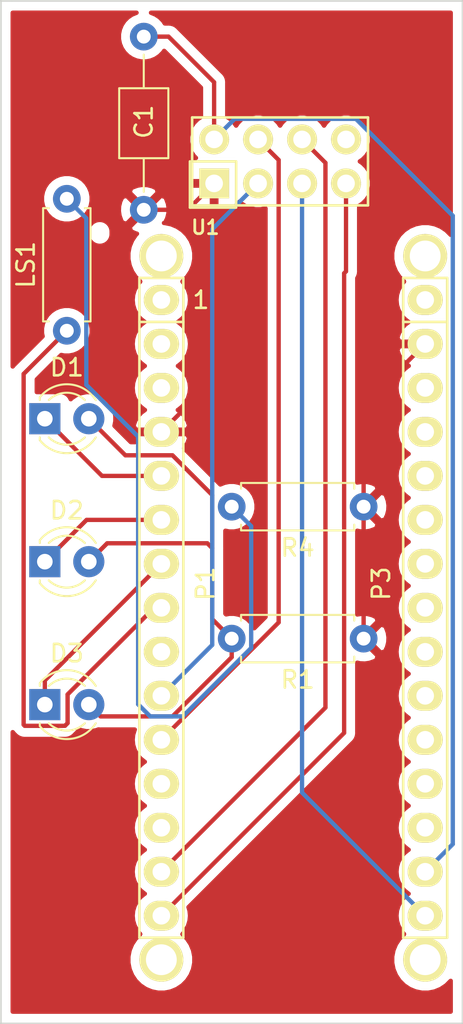
<source format=kicad_pcb>
(kicad_pcb (version 20171130) (host pcbnew "(5.1.10)-1")

  (general
    (thickness 1.6)
    (drawings 21)
    (tracks 66)
    (zones 0)
    (modules 14)
    (nets 36)
  )

  (page A4)
  (title_block
    (date "jeu. 02 avril 2015")
  )

  (layers
    (0 F.Cu signal)
    (31 B.Cu signal)
    (32 B.Adhes user)
    (33 F.Adhes user)
    (34 B.Paste user)
    (35 F.Paste user)
    (36 B.SilkS user)
    (37 F.SilkS user)
    (38 B.Mask user)
    (39 F.Mask user)
    (40 Dwgs.User user)
    (41 Cmts.User user)
    (42 Eco1.User user)
    (43 Eco2.User user)
    (44 Edge.Cuts user)
    (45 Margin user)
    (46 B.CrtYd user)
    (47 F.CrtYd user)
    (48 B.Fab user)
    (49 F.Fab user)
  )

  (setup
    (last_trace_width 0.25)
    (trace_clearance 0.2)
    (zone_clearance 0.508)
    (zone_45_only no)
    (trace_min 0.2)
    (via_size 0.6)
    (via_drill 0.4)
    (via_min_size 0.4)
    (via_min_drill 0.3)
    (uvia_size 0.3)
    (uvia_drill 0.1)
    (uvias_allowed no)
    (uvia_min_size 0.2)
    (uvia_min_drill 0.1)
    (edge_width 0.1)
    (segment_width 0.15)
    (pcb_text_width 0.3)
    (pcb_text_size 1.5 1.5)
    (mod_edge_width 0.15)
    (mod_text_size 1 1)
    (mod_text_width 0.15)
    (pad_size 1.5 1.5)
    (pad_drill 0.6)
    (pad_to_mask_clearance 0)
    (aux_axis_origin 138.176 110.617)
    (visible_elements 7FFFFFFF)
    (pcbplotparams
      (layerselection 0x00030_80000001)
      (usegerberextensions false)
      (usegerberattributes true)
      (usegerberadvancedattributes true)
      (creategerberjobfile true)
      (excludeedgelayer true)
      (linewidth 0.100000)
      (plotframeref false)
      (viasonmask false)
      (mode 1)
      (useauxorigin false)
      (hpglpennumber 1)
      (hpglpenspeed 20)
      (hpglpendiameter 15.000000)
      (psnegative false)
      (psa4output false)
      (plotreference true)
      (plotvalue true)
      (plotinvisibletext false)
      (padsonsilk false)
      (subtractmaskfromsilk false)
      (outputformat 1)
      (mirror false)
      (drillshape 1)
      (scaleselection 1)
      (outputdirectory ""))
  )

  (net 0 "")
  (net 1 "/1(Tx)")
  (net 2 "/0(Rx)")
  (net 3 /Reset)
  (net 4 GND)
  (net 5 /2)
  (net 6 "/3(**)")
  (net 7 /4)
  (net 8 "/5(**)")
  (net 9 "/6(**)")
  (net 10 /7)
  (net 11 /8)
  (net 12 "/9(**)")
  (net 13 "/10(**/SS)")
  (net 14 /Vin)
  (net 15 +5V)
  (net 16 /A7)
  (net 17 /A6)
  (net 18 /A5)
  (net 19 /A4)
  (net 20 /A3)
  (net 21 /A2)
  (net 22 /A1)
  (net 23 /A0)
  (net 24 /AREF)
  (net 25 "/13(SCK)")
  (net 26 "Net-(P3-Pad1)")
  (net 27 "Net-(P4-Pad1)")
  (net 28 "Net-(P5-Pad1)")
  (net 29 "Net-(P6-Pad1)")
  (net 30 +3V3)
  (net 31 "/11(**/MOSI)")
  (net 32 "/12(MISO)")
  (net 33 "Net-(D1-Pad2)")
  (net 34 "Net-(LS1-Pad2)")
  (net 35 "Net-(U1-Pad8)")

  (net_class Default "This is the default net class."
    (clearance 0.2)
    (trace_width 0.25)
    (via_dia 0.6)
    (via_drill 0.4)
    (uvia_dia 0.3)
    (uvia_drill 0.1)
    (add_net +3V3)
    (add_net +5V)
    (add_net "/0(Rx)")
    (add_net "/1(Tx)")
    (add_net "/10(**/SS)")
    (add_net "/11(**/MOSI)")
    (add_net "/12(MISO)")
    (add_net "/13(SCK)")
    (add_net /2)
    (add_net "/3(**)")
    (add_net /4)
    (add_net "/5(**)")
    (add_net "/6(**)")
    (add_net /7)
    (add_net /8)
    (add_net "/9(**)")
    (add_net /A0)
    (add_net /A1)
    (add_net /A2)
    (add_net /A3)
    (add_net /A4)
    (add_net /A5)
    (add_net /A6)
    (add_net /A7)
    (add_net /AREF)
    (add_net /Reset)
    (add_net /Vin)
    (add_net GND)
    (add_net "Net-(D1-Pad2)")
    (add_net "Net-(LS1-Pad2)")
    (add_net "Net-(P3-Pad1)")
    (add_net "Net-(P4-Pad1)")
    (add_net "Net-(P5-Pad1)")
    (add_net "Net-(P6-Pad1)")
    (add_net "Net-(U1-Pad8)")
  )

  (module LED_THT:LED_D3.0mm (layer F.Cu) (tedit 587A3A7B) (tstamp 60E50287)
    (at 132.715 86.36)
    (descr "LED, diameter 3.0mm, 2 pins")
    (tags "LED diameter 3.0mm 2 pins")
    (path /60E4D82D)
    (fp_text reference D2 (at 1.27 -2.96) (layer F.SilkS)
      (effects (font (size 1 1) (thickness 0.15)))
    )
    (fp_text value LED (at 1.27 2.96) (layer F.Fab)
      (effects (font (size 1 1) (thickness 0.15)))
    )
    (fp_line (start 3.7 -2.25) (end -1.15 -2.25) (layer F.CrtYd) (width 0.05))
    (fp_line (start 3.7 2.25) (end 3.7 -2.25) (layer F.CrtYd) (width 0.05))
    (fp_line (start -1.15 2.25) (end 3.7 2.25) (layer F.CrtYd) (width 0.05))
    (fp_line (start -1.15 -2.25) (end -1.15 2.25) (layer F.CrtYd) (width 0.05))
    (fp_line (start -0.29 1.08) (end -0.29 1.236) (layer F.SilkS) (width 0.12))
    (fp_line (start -0.29 -1.236) (end -0.29 -1.08) (layer F.SilkS) (width 0.12))
    (fp_line (start -0.23 -1.16619) (end -0.23 1.16619) (layer F.Fab) (width 0.1))
    (fp_circle (center 1.27 0) (end 2.77 0) (layer F.Fab) (width 0.1))
    (fp_arc (start 1.27 0) (end 0.229039 1.08) (angle -87.9) (layer F.SilkS) (width 0.12))
    (fp_arc (start 1.27 0) (end 0.229039 -1.08) (angle 87.9) (layer F.SilkS) (width 0.12))
    (fp_arc (start 1.27 0) (end -0.29 1.235516) (angle -108.8) (layer F.SilkS) (width 0.12))
    (fp_arc (start 1.27 0) (end -0.29 -1.235516) (angle 108.8) (layer F.SilkS) (width 0.12))
    (fp_arc (start 1.27 0) (end -0.23 -1.16619) (angle 284.3) (layer F.Fab) (width 0.1))
    (pad 2 thru_hole circle (at 2.54 0) (size 1.8 1.8) (drill 0.9) (layers *.Cu *.Mask)
      (net 33 "Net-(D1-Pad2)"))
    (pad 1 thru_hole rect (at 0 0) (size 1.8 1.8) (drill 0.9) (layers *.Cu *.Mask)
      (net 6 "/3(**)"))
    (model ${KISYS3DMOD}/LED_THT.3dshapes/LED_D3.0mm.wrl
      (at (xyz 0 0 0))
      (scale (xyz 1 1 1))
      (rotate (xyz 0 0 0))
    )
  )

  (module nrf:NRF24L01 (layer F.Cu) (tedit 60E49E68) (tstamp 60E50386)
    (at 140.97 66.04 180)
    (descr NRF24L01)
    (tags "nRF 24 NRF24L01 NRF24L01+")
    (path /60E5486D)
    (fp_text reference U1 (at -1.016 -1.016) (layer F.SilkS)
      (effects (font (size 0.8 0.8) (thickness 0.16)))
    )
    (fp_text value NRF24L01_Breakout (at -8.382 7.112) (layer F.Fab) hide
      (effects (font (size 0.8 0.8) (thickness 0.16)))
    )
    (fp_line (start 0 7.62) (end 0 0) (layer F.CrtYd) (width 0.12))
    (fp_line (start -15.24 7.62) (end 0 7.62) (layer F.CrtYd) (width 0.12))
    (fp_line (start -15.24 0) (end -15.24 7.62) (layer F.CrtYd) (width 0.12))
    (fp_line (start 0 0) (end -15.25 0) (layer F.CrtYd) (width 0.15))
    (fp_line (start -2.794 0.127) (end -0.127 0.127) (layer F.SilkS) (width 0.15))
    (fp_line (start -0.127 0.127) (end -0.127 2.794) (layer F.SilkS) (width 0.15))
    (fp_line (start 0 0) (end -15.25 0) (layer B.CrtYd) (width 0.15))
    (fp_line (start -7.874 0.254) (end -10.414 0.254) (layer F.SilkS) (width 0.15))
    (fp_line (start -10.414 0.254) (end -10.414 2.794) (layer F.SilkS) (width 0.15))
    (fp_line (start -2.794 0.254) (end -2.794 2.794) (layer F.SilkS) (width 0.15))
    (fp_line (start -2.794 2.794) (end -0.254 2.794) (layer F.SilkS) (width 0.15))
    (fp_line (start -10.894 -0.226) (end -10.894 5.824) (layer F.CrtYd) (width 0.05))
    (fp_line (start 0.256 -0.226) (end 0.256 5.824) (layer F.CrtYd) (width 0.05))
    (fp_line (start -10.894 -0.226) (end 0.256 -0.226) (layer F.CrtYd) (width 0.05))
    (fp_line (start -10.894 5.824) (end 0.256 5.824) (layer F.CrtYd) (width 0.05))
    (fp_line (start -7.874 0.254) (end -0.254 0.254) (layer F.SilkS) (width 0.15))
    (fp_line (start -0.254 0.254) (end -0.254 5.334) (layer F.SilkS) (width 0.15))
    (fp_line (start -0.254 5.334) (end -10.414 5.334) (layer F.SilkS) (width 0.15))
    (fp_line (start -10.414 5.334) (end -10.414 2.794) (layer F.SilkS) (width 0.15))
    (pad 2 thru_hole oval (at -1.524 4.064 180) (size 1.7272 1.7272) (drill 1.016) (layers *.Cu *.Mask F.SilkS)
      (net 30 +3V3))
    (pad 1 thru_hole rect (at -1.524 1.524 180) (size 1.7272 1.7272) (drill 1.016) (layers *.Cu *.Mask F.SilkS)
      (net 4 GND))
    (pad 4 thru_hole oval (at -4.064 4.064 180) (size 1.7272 1.7272) (drill 1.016) (layers *.Cu *.Mask F.SilkS)
      (net 11 /8))
    (pad 3 thru_hole oval (at -4.064 1.524 180) (size 1.7272 1.7272) (drill 1.016) (layers *.Cu *.Mask F.SilkS)
      (net 10 /7))
    (pad 6 thru_hole oval (at -6.604 4.064 180) (size 1.7272 1.7272) (drill 1.016) (layers *.Cu *.Mask F.SilkS)
      (net 31 "/11(**/MOSI)"))
    (pad 5 thru_hole oval (at -6.604 1.524 180) (size 1.7272 1.7272) (drill 1.016) (layers *.Cu *.Mask F.SilkS)
      (net 25 "/13(SCK)"))
    (pad 8 thru_hole oval (at -9.144 4.064 180) (size 1.7272 1.7272) (drill 1.016) (layers *.Cu *.Mask F.SilkS)
      (net 35 "Net-(U1-Pad8)"))
    (pad 7 thru_hole oval (at -9.144 1.524 180) (size 1.7272 1.7272) (drill 1.016) (layers *.Cu *.Mask F.SilkS)
      (net 32 "/12(MISO)"))
    (model Socket_Strips.3dshapes/Socket_Strip_Straight_2x04_Pitch2.54mm.wrl
      (offset (xyz -5.333999919891357 -2.79399995803833 0))
      (scale (xyz 1 1 1))
      (rotate (xyz 0 0 0))
    )
    (model Pin_Headers.3dshapes/Pin_Header_Straight_2x04_Pitch2.54mm.wrl
      (offset (xyz -1.600199975967407 -4.038599939346313 11.22679983139038))
      (scale (xyz 1 1 1))
      (rotate (xyz 0 180 90))
    )
    (model ${MYSLOCAL}/mysensors.3dshapes/mysensors_radios.3dshapes/nrf24l01.wrl
      (offset (xyz -7.619999885559082 -14.40179978370666 12.06499981880188))
      (scale (xyz 0.395 0.395 0.395))
      (rotate (xyz 0 0 0))
    )
    (model Housings_DFN_QFN.3dshapes/QFN-20-1EP_4x4mm_Pitch0.5mm.wrl
      (offset (xyz -5.58799991607666 -12.95399980545044 12.92859980583191))
      (scale (xyz 1 1 1))
      (rotate (xyz 0 0 0))
    )
    (model ${MYSLOCAL}/mysensors.3dshapes/w.lain.3dshapes/crystal/crystal_hc-49s.wrl
      (offset (xyz -12.69999980926514 -12.06499981880188 12.95399980545044))
      (scale (xyz 1 1 1))
      (rotate (xyz 0 0 90))
    )
  )

  (module Resistor_THT:R_Axial_DIN0207_L6.3mm_D2.5mm_P7.62mm_Horizontal (layer F.Cu) (tedit 5AE5139B) (tstamp 60E50364)
    (at 151.13 83.185 180)
    (descr "Resistor, Axial_DIN0207 series, Axial, Horizontal, pin pitch=7.62mm, 0.25W = 1/4W, length*diameter=6.3*2.5mm^2, http://cdn-reichelt.de/documents/datenblatt/B400/1_4W%23YAG.pdf")
    (tags "Resistor Axial_DIN0207 series Axial Horizontal pin pitch 7.62mm 0.25W = 1/4W length 6.3mm diameter 2.5mm")
    (path /60E74D3A)
    (fp_text reference R4 (at 3.81 -2.37) (layer F.SilkS)
      (effects (font (size 1 1) (thickness 0.15)))
    )
    (fp_text value R (at 3.81 2.37) (layer F.Fab)
      (effects (font (size 1 1) (thickness 0.15)))
    )
    (fp_line (start 8.67 -1.5) (end -1.05 -1.5) (layer F.CrtYd) (width 0.05))
    (fp_line (start 8.67 1.5) (end 8.67 -1.5) (layer F.CrtYd) (width 0.05))
    (fp_line (start -1.05 1.5) (end 8.67 1.5) (layer F.CrtYd) (width 0.05))
    (fp_line (start -1.05 -1.5) (end -1.05 1.5) (layer F.CrtYd) (width 0.05))
    (fp_line (start 7.08 1.37) (end 7.08 1.04) (layer F.SilkS) (width 0.12))
    (fp_line (start 0.54 1.37) (end 7.08 1.37) (layer F.SilkS) (width 0.12))
    (fp_line (start 0.54 1.04) (end 0.54 1.37) (layer F.SilkS) (width 0.12))
    (fp_line (start 7.08 -1.37) (end 7.08 -1.04) (layer F.SilkS) (width 0.12))
    (fp_line (start 0.54 -1.37) (end 7.08 -1.37) (layer F.SilkS) (width 0.12))
    (fp_line (start 0.54 -1.04) (end 0.54 -1.37) (layer F.SilkS) (width 0.12))
    (fp_line (start 7.62 0) (end 6.96 0) (layer F.Fab) (width 0.1))
    (fp_line (start 0 0) (end 0.66 0) (layer F.Fab) (width 0.1))
    (fp_line (start 6.96 -1.25) (end 0.66 -1.25) (layer F.Fab) (width 0.1))
    (fp_line (start 6.96 1.25) (end 6.96 -1.25) (layer F.Fab) (width 0.1))
    (fp_line (start 0.66 1.25) (end 6.96 1.25) (layer F.Fab) (width 0.1))
    (fp_line (start 0.66 -1.25) (end 0.66 1.25) (layer F.Fab) (width 0.1))
    (fp_text user %R (at 3.81 0) (layer F.Fab)
      (effects (font (size 1 1) (thickness 0.15)))
    )
    (pad 2 thru_hole oval (at 7.62 0 180) (size 1.6 1.6) (drill 0.8) (layers *.Cu *.Mask)
      (net 34 "Net-(LS1-Pad2)"))
    (pad 1 thru_hole circle (at 0 0 180) (size 1.6 1.6) (drill 0.8) (layers *.Cu *.Mask)
      (net 4 GND))
    (model ${KISYS3DMOD}/Resistor_THT.3dshapes/R_Axial_DIN0207_L6.3mm_D2.5mm_P7.62mm_Horizontal.wrl
      (at (xyz 0 0 0))
      (scale (xyz 1 1 1))
      (rotate (xyz 0 0 0))
    )
  )

  (module Resistor_THT:R_Axial_DIN0207_L6.3mm_D2.5mm_P7.62mm_Horizontal (layer F.Cu) (tedit 5AE5139B) (tstamp 60E50C56)
    (at 151.13 90.805 180)
    (descr "Resistor, Axial_DIN0207 series, Axial, Horizontal, pin pitch=7.62mm, 0.25W = 1/4W, length*diameter=6.3*2.5mm^2, http://cdn-reichelt.de/documents/datenblatt/B400/1_4W%23YAG.pdf")
    (tags "Resistor Axial_DIN0207 series Axial Horizontal pin pitch 7.62mm 0.25W = 1/4W length 6.3mm diameter 2.5mm")
    (path /60E72C8B)
    (fp_text reference R1 (at 3.81 -2.37) (layer F.SilkS)
      (effects (font (size 1 1) (thickness 0.15)))
    )
    (fp_text value R (at 3.81 2.37) (layer F.Fab)
      (effects (font (size 1 1) (thickness 0.15)))
    )
    (fp_line (start 8.67 -1.5) (end -1.05 -1.5) (layer F.CrtYd) (width 0.05))
    (fp_line (start 8.67 1.5) (end 8.67 -1.5) (layer F.CrtYd) (width 0.05))
    (fp_line (start -1.05 1.5) (end 8.67 1.5) (layer F.CrtYd) (width 0.05))
    (fp_line (start -1.05 -1.5) (end -1.05 1.5) (layer F.CrtYd) (width 0.05))
    (fp_line (start 7.08 1.37) (end 7.08 1.04) (layer F.SilkS) (width 0.12))
    (fp_line (start 0.54 1.37) (end 7.08 1.37) (layer F.SilkS) (width 0.12))
    (fp_line (start 0.54 1.04) (end 0.54 1.37) (layer F.SilkS) (width 0.12))
    (fp_line (start 7.08 -1.37) (end 7.08 -1.04) (layer F.SilkS) (width 0.12))
    (fp_line (start 0.54 -1.37) (end 7.08 -1.37) (layer F.SilkS) (width 0.12))
    (fp_line (start 0.54 -1.04) (end 0.54 -1.37) (layer F.SilkS) (width 0.12))
    (fp_line (start 7.62 0) (end 6.96 0) (layer F.Fab) (width 0.1))
    (fp_line (start 0 0) (end 0.66 0) (layer F.Fab) (width 0.1))
    (fp_line (start 6.96 -1.25) (end 0.66 -1.25) (layer F.Fab) (width 0.1))
    (fp_line (start 6.96 1.25) (end 6.96 -1.25) (layer F.Fab) (width 0.1))
    (fp_line (start 0.66 1.25) (end 6.96 1.25) (layer F.Fab) (width 0.1))
    (fp_line (start 0.66 -1.25) (end 0.66 1.25) (layer F.Fab) (width 0.1))
    (fp_text user %R (at 3.81 0) (layer F.Fab)
      (effects (font (size 1 1) (thickness 0.15)))
    )
    (pad 2 thru_hole oval (at 7.62 0 180) (size 1.6 1.6) (drill 0.8) (layers *.Cu *.Mask)
      (net 33 "Net-(D1-Pad2)"))
    (pad 1 thru_hole circle (at 0 0 180) (size 1.6 1.6) (drill 0.8) (layers *.Cu *.Mask)
      (net 4 GND))
    (model ${KISYS3DMOD}/Resistor_THT.3dshapes/R_Axial_DIN0207_L6.3mm_D2.5mm_P7.62mm_Horizontal.wrl
      (at (xyz 0 0 0))
      (scale (xyz 1 1 1))
      (rotate (xyz 0 0 0))
    )
  )

  (module Resistor_THT:R_Axial_DIN0207_L6.3mm_D2.5mm_P7.62mm_Horizontal (layer F.Cu) (tedit 5AE5139B) (tstamp 60E514CB)
    (at 133.985 73.025 90)
    (descr "Resistor, Axial_DIN0207 series, Axial, Horizontal, pin pitch=7.62mm, 0.25W = 1/4W, length*diameter=6.3*2.5mm^2, http://cdn-reichelt.de/documents/datenblatt/B400/1_4W%23YAG.pdf")
    (tags "Resistor Axial_DIN0207 series Axial Horizontal pin pitch 7.62mm 0.25W = 1/4W length 6.3mm diameter 2.5mm")
    (path /60E5AC0D)
    (fp_text reference LS1 (at 3.81 -2.37 90) (layer F.SilkS)
      (effects (font (size 1 1) (thickness 0.15)))
    )
    (fp_text value Speaker (at 3.81 2.37 90) (layer F.Fab)
      (effects (font (size 1 1) (thickness 0.15)))
    )
    (fp_line (start 8.67 -1.5) (end -1.05 -1.5) (layer F.CrtYd) (width 0.05))
    (fp_line (start 8.67 1.5) (end 8.67 -1.5) (layer F.CrtYd) (width 0.05))
    (fp_line (start -1.05 1.5) (end 8.67 1.5) (layer F.CrtYd) (width 0.05))
    (fp_line (start -1.05 -1.5) (end -1.05 1.5) (layer F.CrtYd) (width 0.05))
    (fp_line (start 7.08 1.37) (end 7.08 1.04) (layer F.SilkS) (width 0.12))
    (fp_line (start 0.54 1.37) (end 7.08 1.37) (layer F.SilkS) (width 0.12))
    (fp_line (start 0.54 1.04) (end 0.54 1.37) (layer F.SilkS) (width 0.12))
    (fp_line (start 7.08 -1.37) (end 7.08 -1.04) (layer F.SilkS) (width 0.12))
    (fp_line (start 0.54 -1.37) (end 7.08 -1.37) (layer F.SilkS) (width 0.12))
    (fp_line (start 0.54 -1.04) (end 0.54 -1.37) (layer F.SilkS) (width 0.12))
    (fp_line (start 7.62 0) (end 6.96 0) (layer F.Fab) (width 0.1))
    (fp_line (start 0 0) (end 0.66 0) (layer F.Fab) (width 0.1))
    (fp_line (start 6.96 -1.25) (end 0.66 -1.25) (layer F.Fab) (width 0.1))
    (fp_line (start 6.96 1.25) (end 6.96 -1.25) (layer F.Fab) (width 0.1))
    (fp_line (start 0.66 1.25) (end 6.96 1.25) (layer F.Fab) (width 0.1))
    (fp_line (start 0.66 -1.25) (end 0.66 1.25) (layer F.Fab) (width 0.1))
    (fp_text user %R (at 3.81 0 90) (layer F.Fab)
      (effects (font (size 1 1) (thickness 0.15)))
    )
    (pad 2 thru_hole oval (at 7.62 0 90) (size 1.6 1.6) (drill 0.8) (layers *.Cu *.Mask)
      (net 34 "Net-(LS1-Pad2)"))
    (pad 1 thru_hole circle (at 0 0 90) (size 1.6 1.6) (drill 0.8) (layers *.Cu *.Mask)
      (net 8 "/5(**)"))
    (model ${KISYS3DMOD}/Resistor_THT.3dshapes/R_Axial_DIN0207_L6.3mm_D2.5mm_P7.62mm_Horizontal.wrl
      (at (xyz 0 0 0))
      (scale (xyz 1 1 1))
      (rotate (xyz 0 0 0))
    )
  )

  (module LED_THT:LED_D3.0mm (layer F.Cu) (tedit 587A3A7B) (tstamp 60E5029A)
    (at 132.715 94.615)
    (descr "LED, diameter 3.0mm, 2 pins")
    (tags "LED diameter 3.0mm 2 pins")
    (path /60E4F5C0)
    (fp_text reference D3 (at 1.27 -2.96) (layer F.SilkS)
      (effects (font (size 1 1) (thickness 0.15)))
    )
    (fp_text value LED (at 1.27 2.96) (layer F.Fab)
      (effects (font (size 1 1) (thickness 0.15)))
    )
    (fp_line (start 3.7 -2.25) (end -1.15 -2.25) (layer F.CrtYd) (width 0.05))
    (fp_line (start 3.7 2.25) (end 3.7 -2.25) (layer F.CrtYd) (width 0.05))
    (fp_line (start -1.15 2.25) (end 3.7 2.25) (layer F.CrtYd) (width 0.05))
    (fp_line (start -1.15 -2.25) (end -1.15 2.25) (layer F.CrtYd) (width 0.05))
    (fp_line (start -0.29 1.08) (end -0.29 1.236) (layer F.SilkS) (width 0.12))
    (fp_line (start -0.29 -1.236) (end -0.29 -1.08) (layer F.SilkS) (width 0.12))
    (fp_line (start -0.23 -1.16619) (end -0.23 1.16619) (layer F.Fab) (width 0.1))
    (fp_circle (center 1.27 0) (end 2.77 0) (layer F.Fab) (width 0.1))
    (fp_arc (start 1.27 0) (end 0.229039 1.08) (angle -87.9) (layer F.SilkS) (width 0.12))
    (fp_arc (start 1.27 0) (end 0.229039 -1.08) (angle 87.9) (layer F.SilkS) (width 0.12))
    (fp_arc (start 1.27 0) (end -0.29 1.235516) (angle -108.8) (layer F.SilkS) (width 0.12))
    (fp_arc (start 1.27 0) (end -0.29 -1.235516) (angle 108.8) (layer F.SilkS) (width 0.12))
    (fp_arc (start 1.27 0) (end -0.23 -1.16619) (angle 284.3) (layer F.Fab) (width 0.1))
    (pad 2 thru_hole circle (at 2.54 0) (size 1.8 1.8) (drill 0.9) (layers *.Cu *.Mask)
      (net 33 "Net-(D1-Pad2)"))
    (pad 1 thru_hole rect (at 0 0) (size 1.8 1.8) (drill 0.9) (layers *.Cu *.Mask)
      (net 7 /4))
    (model ${KISYS3DMOD}/LED_THT.3dshapes/LED_D3.0mm.wrl
      (at (xyz 0 0 0))
      (scale (xyz 1 1 1))
      (rotate (xyz 0 0 0))
    )
  )

  (module LED_THT:LED_D3.0mm (layer F.Cu) (tedit 587A3A7B) (tstamp 60E50274)
    (at 132.715 78.105)
    (descr "LED, diameter 3.0mm, 2 pins")
    (tags "LED diameter 3.0mm 2 pins")
    (path /60E4CED8)
    (fp_text reference D1 (at 1.27 -2.96) (layer F.SilkS)
      (effects (font (size 1 1) (thickness 0.15)))
    )
    (fp_text value LED (at 1.27 2.96) (layer F.Fab)
      (effects (font (size 1 1) (thickness 0.15)))
    )
    (fp_line (start 3.7 -2.25) (end -1.15 -2.25) (layer F.CrtYd) (width 0.05))
    (fp_line (start 3.7 2.25) (end 3.7 -2.25) (layer F.CrtYd) (width 0.05))
    (fp_line (start -1.15 2.25) (end 3.7 2.25) (layer F.CrtYd) (width 0.05))
    (fp_line (start -1.15 -2.25) (end -1.15 2.25) (layer F.CrtYd) (width 0.05))
    (fp_line (start -0.29 1.08) (end -0.29 1.236) (layer F.SilkS) (width 0.12))
    (fp_line (start -0.29 -1.236) (end -0.29 -1.08) (layer F.SilkS) (width 0.12))
    (fp_line (start -0.23 -1.16619) (end -0.23 1.16619) (layer F.Fab) (width 0.1))
    (fp_circle (center 1.27 0) (end 2.77 0) (layer F.Fab) (width 0.1))
    (fp_arc (start 1.27 0) (end 0.229039 1.08) (angle -87.9) (layer F.SilkS) (width 0.12))
    (fp_arc (start 1.27 0) (end 0.229039 -1.08) (angle 87.9) (layer F.SilkS) (width 0.12))
    (fp_arc (start 1.27 0) (end -0.29 1.235516) (angle -108.8) (layer F.SilkS) (width 0.12))
    (fp_arc (start 1.27 0) (end -0.29 -1.235516) (angle 108.8) (layer F.SilkS) (width 0.12))
    (fp_arc (start 1.27 0) (end -0.23 -1.16619) (angle 284.3) (layer F.Fab) (width 0.1))
    (pad 2 thru_hole circle (at 2.54 0) (size 1.8 1.8) (drill 0.9) (layers *.Cu *.Mask)
      (net 33 "Net-(D1-Pad2)"))
    (pad 1 thru_hole rect (at 0 0) (size 1.8 1.8) (drill 0.9) (layers *.Cu *.Mask)
      (net 5 /2))
    (model ${KISYS3DMOD}/LED_THT.3dshapes/LED_D3.0mm.wrl
      (at (xyz 0 0 0))
      (scale (xyz 1 1 1))
      (rotate (xyz 0 0 0))
    )
  )

  (module Capacitor_THT:C_Axial_L3.8mm_D2.6mm_P10.00mm_Horizontal (layer F.Cu) (tedit 5AE50EF0) (tstamp 60E50261)
    (at 138.43 66.04 90)
    (descr "C, Axial series, Axial, Horizontal, pin pitch=10mm, , length*diameter=3.8*2.6mm^2, http://www.vishay.com/docs/45231/arseries.pdf")
    (tags "C Axial series Axial Horizontal pin pitch 10mm  length 3.8mm diameter 2.6mm")
    (path /60E58688)
    (fp_text reference C1 (at 5.08 0 90) (layer F.SilkS)
      (effects (font (size 1 1) (thickness 0.15)))
    )
    (fp_text value C (at 5 2.42 90) (layer F.Fab)
      (effects (font (size 1 1) (thickness 0.15)))
    )
    (fp_line (start 11.05 -1.55) (end -1.05 -1.55) (layer F.CrtYd) (width 0.05))
    (fp_line (start 11.05 1.55) (end 11.05 -1.55) (layer F.CrtYd) (width 0.05))
    (fp_line (start -1.05 1.55) (end 11.05 1.55) (layer F.CrtYd) (width 0.05))
    (fp_line (start -1.05 -1.55) (end -1.05 1.55) (layer F.CrtYd) (width 0.05))
    (fp_line (start 8.96 0) (end 7.02 0) (layer F.SilkS) (width 0.12))
    (fp_line (start 1.04 0) (end 2.98 0) (layer F.SilkS) (width 0.12))
    (fp_line (start 7.02 -1.42) (end 2.98 -1.42) (layer F.SilkS) (width 0.12))
    (fp_line (start 7.02 1.42) (end 7.02 -1.42) (layer F.SilkS) (width 0.12))
    (fp_line (start 2.98 1.42) (end 7.02 1.42) (layer F.SilkS) (width 0.12))
    (fp_line (start 2.98 -1.42) (end 2.98 1.42) (layer F.SilkS) (width 0.12))
    (fp_line (start 10 0) (end 6.9 0) (layer F.Fab) (width 0.1))
    (fp_line (start 0 0) (end 3.1 0) (layer F.Fab) (width 0.1))
    (fp_line (start 6.9 -1.3) (end 3.1 -1.3) (layer F.Fab) (width 0.1))
    (fp_line (start 6.9 1.3) (end 6.9 -1.3) (layer F.Fab) (width 0.1))
    (fp_line (start 3.1 1.3) (end 6.9 1.3) (layer F.Fab) (width 0.1))
    (fp_line (start 3.1 -1.3) (end 3.1 1.3) (layer F.Fab) (width 0.1))
    (fp_text user %R (at 5 0 90) (layer F.Fab)
      (effects (font (size 0.76 0.76) (thickness 0.114)))
    )
    (pad 2 thru_hole oval (at 10 0 90) (size 1.6 1.6) (drill 0.8) (layers *.Cu *.Mask)
      (net 30 +3V3))
    (pad 1 thru_hole circle (at 0 0 90) (size 1.6 1.6) (drill 0.8) (layers *.Cu *.Mask)
      (net 4 GND))
    (model ${KISYS3DMOD}/Capacitor_THT.3dshapes/C_Axial_L3.8mm_D2.6mm_P10.00mm_Horizontal.wrl
      (at (xyz 0 0 0))
      (scale (xyz 1 1 1))
      (rotate (xyz 0 0 0))
    )
  )

  (module Socket_Arduino_Nano:Socket_Strip_Arduino_1x15 locked (layer F.Cu) (tedit 552169C6) (tstamp 551FC9D0)
    (at 139.446 71.247 270)
    (descr "Through hole socket strip")
    (tags "socket strip")
    (path /56D73FAC)
    (fp_text reference P1 (at 16.383 -2.54 270) (layer F.SilkS)
      (effects (font (size 1 1) (thickness 0.15)))
    )
    (fp_text value Digital (at 20.193 -2.54 270) (layer F.Fab)
      (effects (font (size 1 1) (thickness 0.15)))
    )
    (fp_line (start 1.27 -1.27) (end -1.27 -1.27) (layer F.SilkS) (width 0.15))
    (fp_line (start -1.27 -1.27) (end -1.27 1.27) (layer F.SilkS) (width 0.15))
    (fp_line (start -1.27 1.27) (end 1.27 1.27) (layer F.SilkS) (width 0.15))
    (fp_line (start -1.75 -1.75) (end -1.75 1.75) (layer F.CrtYd) (width 0.05))
    (fp_line (start 37.35 -1.75) (end 37.35 1.75) (layer F.CrtYd) (width 0.05))
    (fp_line (start -1.75 -1.75) (end 37.35 -1.75) (layer F.CrtYd) (width 0.05))
    (fp_line (start -1.75 1.75) (end 37.35 1.75) (layer F.CrtYd) (width 0.05))
    (fp_line (start 1.27 -1.27) (end 36.83 -1.27) (layer F.SilkS) (width 0.15))
    (fp_line (start 36.83 -1.27) (end 36.83 1.27) (layer F.SilkS) (width 0.15))
    (fp_line (start 36.83 1.27) (end 1.27 1.27) (layer F.SilkS) (width 0.15))
    (fp_line (start 1.27 1.27) (end 1.27 -1.27) (layer F.SilkS) (width 0.15))
    (pad 1 thru_hole oval (at 0 0 270) (size 1.7272 2.032) (drill 1.016) (layers *.Cu *.Mask F.SilkS)
      (net 1 "/1(Tx)"))
    (pad 2 thru_hole oval (at 2.54 0 270) (size 1.7272 2.032) (drill 1.016) (layers *.Cu *.Mask F.SilkS)
      (net 2 "/0(Rx)"))
    (pad 3 thru_hole oval (at 5.08 0 270) (size 1.7272 2.032) (drill 1.016) (layers *.Cu *.Mask F.SilkS)
      (net 3 /Reset))
    (pad 4 thru_hole oval (at 7.62 0 270) (size 1.7272 2.032) (drill 1.016) (layers *.Cu *.Mask F.SilkS)
      (net 4 GND))
    (pad 5 thru_hole oval (at 10.16 0 270) (size 1.7272 2.032) (drill 1.016) (layers *.Cu *.Mask F.SilkS)
      (net 5 /2))
    (pad 6 thru_hole oval (at 12.7 0 270) (size 1.7272 2.032) (drill 1.016) (layers *.Cu *.Mask F.SilkS)
      (net 6 "/3(**)"))
    (pad 7 thru_hole oval (at 15.24 0 270) (size 1.7272 2.032) (drill 1.016) (layers *.Cu *.Mask F.SilkS)
      (net 7 /4))
    (pad 8 thru_hole oval (at 17.78 0 270) (size 1.7272 2.032) (drill 1.016) (layers *.Cu *.Mask F.SilkS)
      (net 8 "/5(**)"))
    (pad 9 thru_hole oval (at 20.32 0 270) (size 1.7272 2.032) (drill 1.016) (layers *.Cu *.Mask F.SilkS)
      (net 9 "/6(**)"))
    (pad 10 thru_hole oval (at 22.86 0 270) (size 1.7272 2.032) (drill 1.016) (layers *.Cu *.Mask F.SilkS)
      (net 10 /7))
    (pad 11 thru_hole oval (at 25.4 0 270) (size 1.7272 2.032) (drill 1.016) (layers *.Cu *.Mask F.SilkS)
      (net 11 /8))
    (pad 12 thru_hole oval (at 27.94 0 270) (size 1.7272 2.032) (drill 1.016) (layers *.Cu *.Mask F.SilkS)
      (net 12 "/9(**)"))
    (pad 13 thru_hole oval (at 30.48 0 270) (size 1.7272 2.032) (drill 1.016) (layers *.Cu *.Mask F.SilkS)
      (net 13 "/10(**/SS)"))
    (pad 14 thru_hole oval (at 33.02 0 270) (size 1.7272 2.032) (drill 1.016) (layers *.Cu *.Mask F.SilkS)
      (net 31 "/11(**/MOSI)"))
    (pad 15 thru_hole oval (at 35.56 0 270) (size 1.7272 2.032) (drill 1.016) (layers *.Cu *.Mask F.SilkS)
      (net 32 "/12(MISO)"))
    (model ${KIPRJMOD}/Socket_Arduino_Nano.3dshapes/Socket_header_Arduino_1x15.wrl
      (offset (xyz 17.77999973297119 0 0))
      (scale (xyz 1 1 1))
      (rotate (xyz 0 0 180))
    )
  )

  (module Socket_Arduino_Nano:Socket_Strip_Arduino_1x15 locked (layer F.Cu) (tedit 552169D3) (tstamp 551FC9EE)
    (at 154.686 71.247 270)
    (descr "Through hole socket strip")
    (tags "socket strip")
    (path /56D740C7)
    (fp_text reference P3 (at 16.383 2.54 270) (layer F.SilkS)
      (effects (font (size 1 1) (thickness 0.15)))
    )
    (fp_text value Analog (at 20.193 2.54 270) (layer F.Fab)
      (effects (font (size 1 1) (thickness 0.15)))
    )
    (fp_line (start 1.27 -1.27) (end -1.27 -1.27) (layer F.SilkS) (width 0.15))
    (fp_line (start -1.27 -1.27) (end -1.27 1.27) (layer F.SilkS) (width 0.15))
    (fp_line (start -1.27 1.27) (end 1.27 1.27) (layer F.SilkS) (width 0.15))
    (fp_line (start -1.75 -1.75) (end -1.75 1.75) (layer F.CrtYd) (width 0.05))
    (fp_line (start 37.35 -1.75) (end 37.35 1.75) (layer F.CrtYd) (width 0.05))
    (fp_line (start -1.75 -1.75) (end 37.35 -1.75) (layer F.CrtYd) (width 0.05))
    (fp_line (start -1.75 1.75) (end 37.35 1.75) (layer F.CrtYd) (width 0.05))
    (fp_line (start 1.27 -1.27) (end 36.83 -1.27) (layer F.SilkS) (width 0.15))
    (fp_line (start 36.83 -1.27) (end 36.83 1.27) (layer F.SilkS) (width 0.15))
    (fp_line (start 36.83 1.27) (end 1.27 1.27) (layer F.SilkS) (width 0.15))
    (fp_line (start 1.27 1.27) (end 1.27 -1.27) (layer F.SilkS) (width 0.15))
    (pad 1 thru_hole oval (at 0 0 270) (size 1.7272 2.032) (drill 1.016) (layers *.Cu *.Mask F.SilkS)
      (net 14 /Vin))
    (pad 2 thru_hole oval (at 2.54 0 270) (size 1.7272 2.032) (drill 1.016) (layers *.Cu *.Mask F.SilkS)
      (net 4 GND))
    (pad 3 thru_hole oval (at 5.08 0 270) (size 1.7272 2.032) (drill 1.016) (layers *.Cu *.Mask F.SilkS)
      (net 3 /Reset))
    (pad 4 thru_hole oval (at 7.62 0 270) (size 1.7272 2.032) (drill 1.016) (layers *.Cu *.Mask F.SilkS)
      (net 15 +5V))
    (pad 5 thru_hole oval (at 10.16 0 270) (size 1.7272 2.032) (drill 1.016) (layers *.Cu *.Mask F.SilkS)
      (net 16 /A7))
    (pad 6 thru_hole oval (at 12.7 0 270) (size 1.7272 2.032) (drill 1.016) (layers *.Cu *.Mask F.SilkS)
      (net 17 /A6))
    (pad 7 thru_hole oval (at 15.24 0 270) (size 1.7272 2.032) (drill 1.016) (layers *.Cu *.Mask F.SilkS)
      (net 18 /A5))
    (pad 8 thru_hole oval (at 17.78 0 270) (size 1.7272 2.032) (drill 1.016) (layers *.Cu *.Mask F.SilkS)
      (net 19 /A4))
    (pad 9 thru_hole oval (at 20.32 0 270) (size 1.7272 2.032) (drill 1.016) (layers *.Cu *.Mask F.SilkS)
      (net 20 /A3))
    (pad 10 thru_hole oval (at 22.86 0 270) (size 1.7272 2.032) (drill 1.016) (layers *.Cu *.Mask F.SilkS)
      (net 21 /A2))
    (pad 11 thru_hole oval (at 25.4 0 270) (size 1.7272 2.032) (drill 1.016) (layers *.Cu *.Mask F.SilkS)
      (net 22 /A1))
    (pad 12 thru_hole oval (at 27.94 0 270) (size 1.7272 2.032) (drill 1.016) (layers *.Cu *.Mask F.SilkS)
      (net 23 /A0))
    (pad 13 thru_hole oval (at 30.48 0 270) (size 1.7272 2.032) (drill 1.016) (layers *.Cu *.Mask F.SilkS)
      (net 24 /AREF))
    (pad 14 thru_hole oval (at 33.02 0 270) (size 1.7272 2.032) (drill 1.016) (layers *.Cu *.Mask F.SilkS)
      (net 30 +3V3))
    (pad 15 thru_hole oval (at 35.56 0 270) (size 1.7272 2.032) (drill 1.016) (layers *.Cu *.Mask F.SilkS)
      (net 25 "/13(SCK)"))
    (model ${KIPRJMOD}/Socket_Arduino_Nano.3dshapes/Socket_header_Arduino_1x15.wrl
      (offset (xyz 17.77999973297119 0 0))
      (scale (xyz 1 1 1))
      (rotate (xyz 0 0 180))
    )
  )

  (module Socket_Arduino_Nano:1pin_Nano locked (layer F.Cu) (tedit 5521156E) (tstamp 55211553)
    (at 139.446 68.707)
    (descr "module 1 pin (ou trou mecanique de percage)")
    (tags DEV)
    (path /56D73ADD)
    (fp_text reference P3 (at 0 -2.032) (layer F.SilkS) hide
      (effects (font (size 1 1) (thickness 0.15)))
    )
    (fp_text value CONN_01X01 (at 0 2.032) (layer F.Fab) hide
      (effects (font (size 1 1) (thickness 0.15)))
    )
    (pad 1 thru_hole circle (at 0 0) (size 2.54 2.54) (drill 1.778) (layers *.Cu *.Mask F.SilkS)
      (net 26 "Net-(P3-Pad1)"))
  )

  (module Socket_Arduino_Nano:1pin_Nano locked (layer F.Cu) (tedit 55211594) (tstamp 60E507CB)
    (at 139.446 109.347)
    (descr "module 1 pin (ou trou mecanique de percage)")
    (tags DEV)
    (path /56D73D86)
    (fp_text reference P4 (at 0 -2.032) (layer F.SilkS) hide
      (effects (font (size 1 1) (thickness 0.15)))
    )
    (fp_text value CONN_01X01 (at 0 2.032) (layer F.Fab) hide
      (effects (font (size 1 1) (thickness 0.15)))
    )
    (pad 1 thru_hole circle (at 0 0) (size 2.54 2.54) (drill 1.778) (layers *.Cu *.Mask F.SilkS)
      (net 27 "Net-(P4-Pad1)"))
  )

  (module Socket_Arduino_Nano:1pin_Nano locked (layer F.Cu) (tedit 552115A5) (tstamp 5521155D)
    (at 154.686 109.347)
    (descr "module 1 pin (ou trou mecanique de percage)")
    (tags DEV)
    (path /56D73DAE)
    (fp_text reference P5 (at 0 -2.032) (layer F.SilkS) hide
      (effects (font (size 1 1) (thickness 0.15)))
    )
    (fp_text value CONN_01X01 (at 0 2.032) (layer F.Fab) hide
      (effects (font (size 1 1) (thickness 0.15)))
    )
    (pad 1 thru_hole circle (at 0 0) (size 2.54 2.54) (drill 1.778) (layers *.Cu *.Mask F.SilkS)
      (net 28 "Net-(P5-Pad1)"))
  )

  (module Socket_Arduino_Nano:1pin_Nano locked (layer F.Cu) (tedit 552115BD) (tstamp 55211562)
    (at 154.686 68.707)
    (descr "module 1 pin (ou trou mecanique de percage)")
    (tags DEV)
    (path /56D73DD9)
    (fp_text reference P6 (at 0 -2.032) (layer F.SilkS) hide
      (effects (font (size 1 1) (thickness 0.15)))
    )
    (fp_text value CONN_01X01 (at 0 2.032) (layer F.Fab) hide
      (effects (font (size 1 1) (thickness 0.15)))
    )
    (pad 1 thru_hole circle (at 0 0) (size 2.54 2.54) (drill 1.778) (layers *.Cu *.Mask F.SilkS)
      (net 29 "Net-(P6-Pad1)"))
  )

  (gr_line (start 130.175 53.975) (end 130.81 53.975) (layer Edge.Cuts) (width 0.1) (tstamp 60E51DB6))
  (gr_line (start 130.175 113.03) (end 130.175 53.975) (layer Edge.Cuts) (width 0.1))
  (gr_line (start 156.845 113.03) (end 130.175 113.03) (layer Edge.Cuts) (width 0.1))
  (gr_line (start 156.845 53.975) (end 156.845 113.03) (layer Edge.Cuts) (width 0.1))
  (gr_line (start 130.81 53.975) (end 156.845 53.975) (layer Edge.Cuts) (width 0.1))
  (gr_text 1 (at 141.732 71.247) (layer F.SilkS)
    (effects (font (size 1 1) (thickness 0.15)))
  )
  (gr_line (start 150.622 112.522) (end 150.622 110.617) (angle 90) (layer Dwgs.User) (width 0.15))
  (gr_line (start 150.622 102.997) (end 150.622 110.617) (angle 90) (layer Dwgs.User) (width 0.15))
  (gr_line (start 143.51 102.997) (end 150.622 102.997) (angle 90) (layer Dwgs.User) (width 0.15))
  (gr_line (start 143.51 110.617) (end 143.51 102.997) (angle 90) (layer Dwgs.User) (width 0.15))
  (gr_line (start 143.51 112.522) (end 150.622 112.522) (angle 90) (layer Dwgs.User) (width 0.15))
  (gr_line (start 143.51 110.617) (end 143.51 112.522) (angle 90) (layer Dwgs.User) (width 0.15))
  (gr_line (start 145.542 87.757) (end 145.542 85.217) (angle 90) (layer Dwgs.User) (width 0.15))
  (gr_line (start 149.479 87.757) (end 145.542 87.757) (angle 90) (layer Dwgs.User) (width 0.15))
  (gr_line (start 149.479 85.217) (end 149.479 87.757) (angle 90) (layer Dwgs.User) (width 0.15))
  (gr_line (start 145.542 85.217) (end 149.479 85.217) (angle 90) (layer Dwgs.User) (width 0.15))
  (gr_circle (center 147.574 86.487) (end 146.812 86.487) (layer Dwgs.User) (width 0.15))
  (gr_line (start 150.876 67.437) (end 143.256 67.437) (angle 90) (layer Dwgs.User) (width 0.15))
  (gr_line (start 150.876 72.517) (end 150.876 67.437) (angle 90) (layer Dwgs.User) (width 0.15))
  (gr_line (start 143.256 72.517) (end 150.876 72.517) (angle 90) (layer Dwgs.User) (width 0.15))
  (gr_line (start 143.256 67.437) (end 143.256 72.517) (angle 90) (layer Dwgs.User) (width 0.15))

  (segment (start 151.13 77.343) (end 154.686 73.787) (width 0.25) (layer F.Cu) (net 4))
  (segment (start 151.13 83.185) (end 151.13 77.343) (width 0.25) (layer F.Cu) (net 4))
  (segment (start 151.13 90.17) (end 151.13 83.185) (width 0.25) (layer F.Cu) (net 4))
  (segment (start 140.97 66.04) (end 142.494 64.516) (width 0.25) (layer F.Cu) (net 4))
  (segment (start 138.43 66.04) (end 140.97 66.04) (width 0.25) (layer F.Cu) (net 4))
  (segment (start 142.494 75.819) (end 139.446 78.867) (width 0.25) (layer F.Cu) (net 4))
  (segment (start 142.494 64.516) (end 142.494 75.819) (width 0.25) (layer F.Cu) (net 4))
  (segment (start 136.017 81.407) (end 139.446 81.407) (width 0.25) (layer F.Cu) (net 5))
  (segment (start 132.715 78.105) (end 136.017 81.407) (width 0.25) (layer F.Cu) (net 5))
  (segment (start 135.128 83.947) (end 139.446 83.947) (width 0.25) (layer F.Cu) (net 6))
  (segment (start 132.715 86.36) (end 135.128 83.947) (width 0.25) (layer F.Cu) (net 6))
  (segment (start 132.715 93.218) (end 139.446 86.487) (width 0.25) (layer F.Cu) (net 7))
  (segment (start 132.715 94.615) (end 132.715 93.218) (width 0.25) (layer F.Cu) (net 7))
  (segment (start 139.029998 89.027) (end 139.446 89.027) (width 0.25) (layer F.Cu) (net 8))
  (segment (start 134.029999 95.685003) (end 134.029999 94.026999) (width 0.25) (layer F.Cu) (net 8))
  (segment (start 131.554999 95.840001) (end 133.875001 95.840001) (width 0.25) (layer F.Cu) (net 8))
  (segment (start 131.489999 95.775001) (end 131.554999 95.840001) (width 0.25) (layer F.Cu) (net 8))
  (segment (start 133.875001 95.840001) (end 134.029999 95.685003) (width 0.25) (layer F.Cu) (net 8))
  (segment (start 131.489999 75.520001) (end 131.489999 95.775001) (width 0.25) (layer F.Cu) (net 8))
  (segment (start 134.029999 94.026999) (end 139.029998 89.027) (width 0.25) (layer F.Cu) (net 8))
  (segment (start 133.985 73.025) (end 131.489999 75.520001) (width 0.25) (layer F.Cu) (net 8))
  (segment (start 142.384999 91.168001) (end 139.446 94.107) (width 0.25) (layer B.Cu) (net 10))
  (segment (start 142.384999 67.165001) (end 142.384999 91.168001) (width 0.25) (layer B.Cu) (net 10))
  (segment (start 145.034 64.516) (end 142.384999 67.165001) (width 0.25) (layer B.Cu) (net 10))
  (segment (start 146.222601 89.870399) (end 139.446 96.647) (width 0.25) (layer F.Cu) (net 11))
  (segment (start 146.222601 63.164601) (end 146.222601 89.870399) (width 0.25) (layer F.Cu) (net 11))
  (segment (start 145.034 61.976) (end 146.222601 63.164601) (width 0.25) (layer F.Cu) (net 11))
  (segment (start 147.574 99.695) (end 154.686 106.807) (width 0.25) (layer B.Cu) (net 25))
  (segment (start 147.574 64.516) (end 147.574 99.695) (width 0.25) (layer B.Cu) (net 25))
  (segment (start 138.43 56.04) (end 139.86 56.04) (width 0.25) (layer F.Cu) (net 30))
  (segment (start 142.494 58.674) (end 142.494 61.976) (width 0.25) (layer F.Cu) (net 30))
  (segment (start 139.86 56.04) (end 142.494 58.674) (width 0.25) (layer F.Cu) (net 30))
  (segment (start 156.281001 102.671999) (end 154.686 104.267) (width 0.25) (layer B.Cu) (net 30))
  (segment (start 156.281001 66.383871) (end 156.281001 102.671999) (width 0.25) (layer B.Cu) (net 30))
  (segment (start 150.684529 60.787399) (end 156.281001 66.383871) (width 0.25) (layer B.Cu) (net 30))
  (segment (start 143.682601 60.787399) (end 150.684529 60.787399) (width 0.25) (layer B.Cu) (net 30))
  (segment (start 142.494 61.976) (end 143.682601 60.787399) (width 0.25) (layer B.Cu) (net 30))
  (segment (start 148.925399 63.327399) (end 148.925399 94.787601) (width 0.25) (layer F.Cu) (net 31))
  (segment (start 148.925399 94.787601) (end 139.446 104.267) (width 0.25) (layer F.Cu) (net 31))
  (segment (start 147.574 61.976) (end 148.925399 63.327399) (width 0.25) (layer F.Cu) (net 31))
  (segment (start 150.114 64.516) (end 150.114 69.596) (width 0.25) (layer F.Cu) (net 32))
  (segment (start 150.004999 96.248001) (end 139.446 106.807) (width 0.25) (layer F.Cu) (net 32))
  (segment (start 150.004999 69.705001) (end 150.004999 96.248001) (width 0.25) (layer F.Cu) (net 32))
  (segment (start 150.114 69.596) (end 150.004999 69.705001) (width 0.25) (layer F.Cu) (net 32))
  (segment (start 142.384999 89.679999) (end 143.51 90.805) (width 0.25) (layer F.Cu) (net 33))
  (segment (start 140.090738 80.21839) (end 142.384999 82.512651) (width 0.25) (layer F.Cu) (net 33))
  (segment (start 137.36839 80.21839) (end 140.090738 80.21839) (width 0.25) (layer F.Cu) (net 33))
  (segment (start 135.255 78.105) (end 137.36839 80.21839) (width 0.25) (layer F.Cu) (net 33))
  (segment (start 143.51 91.876348) (end 143.51 90.805) (width 0.25) (layer F.Cu) (net 33))
  (segment (start 140.090738 95.29561) (end 143.51 91.876348) (width 0.25) (layer F.Cu) (net 33))
  (segment (start 135.93561 95.29561) (end 140.090738 95.29561) (width 0.25) (layer F.Cu) (net 33))
  (segment (start 135.255 94.615) (end 135.93561 95.29561) (width 0.25) (layer F.Cu) (net 33))
  (segment (start 142.103388 85.29839) (end 142.384999 85.580001) (width 0.25) (layer F.Cu) (net 33))
  (segment (start 136.31661 85.29839) (end 142.103388 85.29839) (width 0.25) (layer F.Cu) (net 33))
  (segment (start 135.255 86.36) (end 136.31661 85.29839) (width 0.25) (layer F.Cu) (net 33))
  (segment (start 142.384999 85.580001) (end 142.384999 89.679999) (width 0.25) (layer F.Cu) (net 33))
  (segment (start 142.384999 82.512651) (end 142.384999 85.580001) (width 0.25) (layer F.Cu) (net 33))
  (segment (start 144.635001 84.310001) (end 143.51 83.185) (width 0.25) (layer B.Cu) (net 34))
  (segment (start 144.635001 91.345001) (end 144.635001 84.310001) (width 0.25) (layer B.Cu) (net 34))
  (segment (start 140.684392 95.29561) (end 144.635001 91.345001) (width 0.25) (layer B.Cu) (net 34))
  (segment (start 138.801262 95.29561) (end 140.684392 95.29561) (width 0.25) (layer B.Cu) (net 34))
  (segment (start 138.10499 94.599338) (end 138.801262 95.29561) (width 0.25) (layer B.Cu) (net 34))
  (segment (start 135.110001 76.146999) (end 138.10499 79.141988) (width 0.25) (layer B.Cu) (net 34))
  (segment (start 135.110001 66.530001) (end 135.110001 76.146999) (width 0.25) (layer B.Cu) (net 34))
  (segment (start 138.10499 79.141988) (end 138.10499 94.599338) (width 0.25) (layer B.Cu) (net 34))
  (segment (start 133.985 65.405) (end 135.110001 66.530001) (width 0.25) (layer B.Cu) (net 34))

  (zone (net 4) (net_name GND) (layer F.Cu) (tstamp 0) (hatch edge 0.508)
    (connect_pads (clearance 0.508))
    (min_thickness 0.254)
    (fill yes (arc_segments 32) (thermal_gap 0.508) (thermal_bridge_width 0.508))
    (polygon
      (pts
        (xy 156.845 113.03) (xy 130.175 113.03) (xy 130.175 53.975) (xy 156.845 53.975)
      )
    )
    (filled_polygon
      (pts
        (xy 156.16 67.486924) (xy 155.900366 67.22729) (xy 155.588356 67.018811) (xy 155.241668 66.875209) (xy 154.873626 66.802)
        (xy 154.498374 66.802) (xy 154.130332 66.875209) (xy 153.783644 67.018811) (xy 153.471634 67.22729) (xy 153.20629 67.492634)
        (xy 152.997811 67.804644) (xy 152.854209 68.151332) (xy 152.781 68.519374) (xy 152.781 68.894626) (xy 152.854209 69.262668)
        (xy 152.997811 69.609356) (xy 153.20629 69.921366) (xy 153.468048 70.183124) (xy 153.281531 70.410394) (xy 153.142375 70.670736)
        (xy 153.056684 70.953223) (xy 153.027749 71.247) (xy 153.056684 71.540777) (xy 153.142375 71.823264) (xy 153.281531 72.083606)
        (xy 153.468803 72.311797) (xy 153.696994 72.499069) (xy 153.736947 72.520424) (xy 153.534271 72.668514) (xy 153.335267 72.884965)
        (xy 153.182314 73.136081) (xy 153.081291 73.412211) (xy 153.078642 73.427974) (xy 153.199783 73.66) (xy 154.559 73.66)
        (xy 154.559 73.64) (xy 154.813 73.64) (xy 154.813 73.66) (xy 154.833 73.66) (xy 154.833 73.914)
        (xy 154.813 73.914) (xy 154.813 73.934) (xy 154.559 73.934) (xy 154.559 73.914) (xy 153.199783 73.914)
        (xy 153.078642 74.146026) (xy 153.081291 74.161789) (xy 153.182314 74.437919) (xy 153.335267 74.689035) (xy 153.534271 74.905486)
        (xy 153.736947 75.053576) (xy 153.696994 75.074931) (xy 153.468803 75.262203) (xy 153.281531 75.490394) (xy 153.142375 75.750736)
        (xy 153.056684 76.033223) (xy 153.027749 76.327) (xy 153.056684 76.620777) (xy 153.142375 76.903264) (xy 153.281531 77.163606)
        (xy 153.468803 77.391797) (xy 153.696994 77.579069) (xy 153.73054 77.597) (xy 153.696994 77.614931) (xy 153.468803 77.802203)
        (xy 153.281531 78.030394) (xy 153.142375 78.290736) (xy 153.056684 78.573223) (xy 153.027749 78.867) (xy 153.056684 79.160777)
        (xy 153.142375 79.443264) (xy 153.281531 79.703606) (xy 153.468803 79.931797) (xy 153.696994 80.119069) (xy 153.73054 80.137)
        (xy 153.696994 80.154931) (xy 153.468803 80.342203) (xy 153.281531 80.570394) (xy 153.142375 80.830736) (xy 153.056684 81.113223)
        (xy 153.027749 81.407) (xy 153.056684 81.700777) (xy 153.142375 81.983264) (xy 153.281531 82.243606) (xy 153.468803 82.471797)
        (xy 153.696994 82.659069) (xy 153.73054 82.677) (xy 153.696994 82.694931) (xy 153.468803 82.882203) (xy 153.281531 83.110394)
        (xy 153.142375 83.370736) (xy 153.056684 83.653223) (xy 153.027749 83.947) (xy 153.056684 84.240777) (xy 153.142375 84.523264)
        (xy 153.281531 84.783606) (xy 153.468803 85.011797) (xy 153.696994 85.199069) (xy 153.73054 85.217) (xy 153.696994 85.234931)
        (xy 153.468803 85.422203) (xy 153.281531 85.650394) (xy 153.142375 85.910736) (xy 153.056684 86.193223) (xy 153.027749 86.487)
        (xy 153.056684 86.780777) (xy 153.142375 87.063264) (xy 153.281531 87.323606) (xy 153.468803 87.551797) (xy 153.696994 87.739069)
        (xy 153.73054 87.757) (xy 153.696994 87.774931) (xy 153.468803 87.962203) (xy 153.281531 88.190394) (xy 153.142375 88.450736)
        (xy 153.056684 88.733223) (xy 153.027749 89.027) (xy 153.056684 89.320777) (xy 153.142375 89.603264) (xy 153.281531 89.863606)
        (xy 153.468803 90.091797) (xy 153.696994 90.279069) (xy 153.73054 90.297) (xy 153.696994 90.314931) (xy 153.468803 90.502203)
        (xy 153.281531 90.730394) (xy 153.142375 90.990736) (xy 153.056684 91.273223) (xy 153.027749 91.567) (xy 153.056684 91.860777)
        (xy 153.142375 92.143264) (xy 153.281531 92.403606) (xy 153.468803 92.631797) (xy 153.696994 92.819069) (xy 153.73054 92.837)
        (xy 153.696994 92.854931) (xy 153.468803 93.042203) (xy 153.281531 93.270394) (xy 153.142375 93.530736) (xy 153.056684 93.813223)
        (xy 153.027749 94.107) (xy 153.056684 94.400777) (xy 153.142375 94.683264) (xy 153.281531 94.943606) (xy 153.468803 95.171797)
        (xy 153.696994 95.359069) (xy 153.73054 95.377) (xy 153.696994 95.394931) (xy 153.468803 95.582203) (xy 153.281531 95.810394)
        (xy 153.142375 96.070736) (xy 153.056684 96.353223) (xy 153.027749 96.647) (xy 153.056684 96.940777) (xy 153.142375 97.223264)
        (xy 153.281531 97.483606) (xy 153.468803 97.711797) (xy 153.696994 97.899069) (xy 153.73054 97.917) (xy 153.696994 97.934931)
        (xy 153.468803 98.122203) (xy 153.281531 98.350394) (xy 153.142375 98.610736) (xy 153.056684 98.893223) (xy 153.027749 99.187)
        (xy 153.056684 99.480777) (xy 153.142375 99.763264) (xy 153.281531 100.023606) (xy 153.468803 100.251797) (xy 153.696994 100.439069)
        (xy 153.73054 100.457) (xy 153.696994 100.474931) (xy 153.468803 100.662203) (xy 153.281531 100.890394) (xy 153.142375 101.150736)
        (xy 153.056684 101.433223) (xy 153.027749 101.727) (xy 153.056684 102.020777) (xy 153.142375 102.303264) (xy 153.281531 102.563606)
        (xy 153.468803 102.791797) (xy 153.696994 102.979069) (xy 153.73054 102.997) (xy 153.696994 103.014931) (xy 153.468803 103.202203)
        (xy 153.281531 103.430394) (xy 153.142375 103.690736) (xy 153.056684 103.973223) (xy 153.027749 104.267) (xy 153.056684 104.560777)
        (xy 153.142375 104.843264) (xy 153.281531 105.103606) (xy 153.468803 105.331797) (xy 153.696994 105.519069) (xy 153.73054 105.537)
        (xy 153.696994 105.554931) (xy 153.468803 105.742203) (xy 153.281531 105.970394) (xy 153.142375 106.230736) (xy 153.056684 106.513223)
        (xy 153.027749 106.807) (xy 153.056684 107.100777) (xy 153.142375 107.383264) (xy 153.281531 107.643606) (xy 153.468048 107.870876)
        (xy 153.20629 108.132634) (xy 152.997811 108.444644) (xy 152.854209 108.791332) (xy 152.781 109.159374) (xy 152.781 109.534626)
        (xy 152.854209 109.902668) (xy 152.997811 110.249356) (xy 153.20629 110.561366) (xy 153.471634 110.82671) (xy 153.783644 111.035189)
        (xy 154.130332 111.178791) (xy 154.498374 111.252) (xy 154.873626 111.252) (xy 155.241668 111.178791) (xy 155.588356 111.035189)
        (xy 155.900366 110.82671) (xy 156.160001 110.567075) (xy 156.160001 112.345) (xy 130.86 112.345) (xy 130.86 96.205339)
        (xy 130.90837 96.264277) (xy 130.949999 96.315002) (xy 130.978997 96.3388) (xy 130.991195 96.350998) (xy 131.014998 96.380002)
        (xy 131.130723 96.474975) (xy 131.262752 96.545547) (xy 131.406013 96.589004) (xy 131.517666 96.600001) (xy 131.517677 96.600001)
        (xy 131.554999 96.603677) (xy 131.592322 96.600001) (xy 133.837679 96.600001) (xy 133.875001 96.603677) (xy 133.912323 96.600001)
        (xy 133.912334 96.600001) (xy 134.023987 96.589004) (xy 134.167248 96.545547) (xy 134.299277 96.474975) (xy 134.415002 96.380002)
        (xy 134.438805 96.350998) (xy 134.540997 96.248806) (xy 134.57 96.225004) (xy 134.664973 96.109279) (xy 134.69876 96.04607)
        (xy 134.807257 96.091011) (xy 135.103816 96.15) (xy 135.406184 96.15) (xy 135.702743 96.091011) (xy 135.809353 96.046852)
        (xy 135.898277 96.05561) (xy 135.898287 96.05561) (xy 135.93561 96.059286) (xy 135.972933 96.05561) (xy 137.91046 96.05561)
        (xy 137.902375 96.070736) (xy 137.816684 96.353223) (xy 137.787749 96.647) (xy 137.816684 96.940777) (xy 137.902375 97.223264)
        (xy 138.041531 97.483606) (xy 138.228803 97.711797) (xy 138.456994 97.899069) (xy 138.49054 97.917) (xy 138.456994 97.934931)
        (xy 138.228803 98.122203) (xy 138.041531 98.350394) (xy 137.902375 98.610736) (xy 137.816684 98.893223) (xy 137.787749 99.187)
        (xy 137.816684 99.480777) (xy 137.902375 99.763264) (xy 138.041531 100.023606) (xy 138.228803 100.251797) (xy 138.456994 100.439069)
        (xy 138.49054 100.457) (xy 138.456994 100.474931) (xy 138.228803 100.662203) (xy 138.041531 100.890394) (xy 137.902375 101.150736)
        (xy 137.816684 101.433223) (xy 137.787749 101.727) (xy 137.816684 102.020777) (xy 137.902375 102.303264) (xy 138.041531 102.563606)
        (xy 138.228803 102.791797) (xy 138.456994 102.979069) (xy 138.49054 102.997) (xy 138.456994 103.014931) (xy 138.228803 103.202203)
        (xy 138.041531 103.430394) (xy 137.902375 103.690736) (xy 137.816684 103.973223) (xy 137.787749 104.267) (xy 137.816684 104.560777)
        (xy 137.902375 104.843264) (xy 138.041531 105.103606) (xy 138.228803 105.331797) (xy 138.456994 105.519069) (xy 138.49054 105.537)
        (xy 138.456994 105.554931) (xy 138.228803 105.742203) (xy 138.041531 105.970394) (xy 137.902375 106.230736) (xy 137.816684 106.513223)
        (xy 137.787749 106.807) (xy 137.816684 107.100777) (xy 137.902375 107.383264) (xy 138.041531 107.643606) (xy 138.228048 107.870876)
        (xy 137.96629 108.132634) (xy 137.757811 108.444644) (xy 137.614209 108.791332) (xy 137.541 109.159374) (xy 137.541 109.534626)
        (xy 137.614209 109.902668) (xy 137.757811 110.249356) (xy 137.96629 110.561366) (xy 138.231634 110.82671) (xy 138.543644 111.035189)
        (xy 138.890332 111.178791) (xy 139.258374 111.252) (xy 139.633626 111.252) (xy 140.001668 111.178791) (xy 140.348356 111.035189)
        (xy 140.660366 110.82671) (xy 140.92571 110.561366) (xy 141.134189 110.249356) (xy 141.277791 109.902668) (xy 141.351 109.534626)
        (xy 141.351 109.159374) (xy 141.277791 108.791332) (xy 141.134189 108.444644) (xy 140.92571 108.132634) (xy 140.663952 107.870876)
        (xy 140.850469 107.643606) (xy 140.989625 107.383264) (xy 141.075316 107.100777) (xy 141.104251 106.807) (xy 141.075316 106.513223)
        (xy 141.014631 106.31317) (xy 150.516002 96.8118) (xy 150.545 96.788002) (xy 150.639973 96.672277) (xy 150.710545 96.540248)
        (xy 150.754002 96.396987) (xy 150.764999 96.285334) (xy 150.768676 96.248001) (xy 150.764999 96.210668) (xy 150.764999 92.192902)
        (xy 150.918184 92.2313) (xy 151.200512 92.245217) (xy 151.48013 92.203787) (xy 151.746292 92.108603) (xy 151.871514 92.041671)
        (xy 151.943097 91.797702) (xy 151.13 90.984605) (xy 151.115858 90.998748) (xy 150.936253 90.819143) (xy 150.950395 90.805)
        (xy 151.309605 90.805) (xy 152.122702 91.618097) (xy 152.366671 91.546514) (xy 152.487571 91.291004) (xy 152.5563 91.016816)
        (xy 152.570217 90.734488) (xy 152.528787 90.45487) (xy 152.433603 90.188708) (xy 152.366671 90.063486) (xy 152.122702 89.991903)
        (xy 151.309605 90.805) (xy 150.950395 90.805) (xy 150.936253 90.790858) (xy 151.115858 90.611253) (xy 151.13 90.625395)
        (xy 151.943097 89.812298) (xy 151.871514 89.568329) (xy 151.616004 89.447429) (xy 151.341816 89.3787) (xy 151.059488 89.364783)
        (xy 150.77987 89.406213) (xy 150.764999 89.411531) (xy 150.764999 84.572902) (xy 150.918184 84.6113) (xy 151.200512 84.625217)
        (xy 151.48013 84.583787) (xy 151.746292 84.488603) (xy 151.871514 84.421671) (xy 151.943097 84.177702) (xy 151.13 83.364605)
        (xy 151.115858 83.378748) (xy 150.936253 83.199143) (xy 150.950395 83.185) (xy 151.309605 83.185) (xy 152.122702 83.998097)
        (xy 152.366671 83.926514) (xy 152.487571 83.671004) (xy 152.5563 83.396816) (xy 152.570217 83.114488) (xy 152.528787 82.83487)
        (xy 152.433603 82.568708) (xy 152.366671 82.443486) (xy 152.122702 82.371903) (xy 151.309605 83.185) (xy 150.950395 83.185)
        (xy 150.936253 83.170858) (xy 151.115858 82.991253) (xy 151.13 83.005395) (xy 151.943097 82.192298) (xy 151.871514 81.948329)
        (xy 151.616004 81.827429) (xy 151.341816 81.7587) (xy 151.059488 81.744783) (xy 150.77987 81.786213) (xy 150.764999 81.791531)
        (xy 150.764999 69.990296) (xy 150.819546 69.888247) (xy 150.863003 69.744986) (xy 150.874 69.633333) (xy 150.874 69.633325)
        (xy 150.877676 69.596) (xy 150.874 69.558675) (xy 150.874 65.810535) (xy 151.069302 65.680039) (xy 151.278039 65.471302)
        (xy 151.442042 65.225853) (xy 151.55501 64.953125) (xy 151.6126 64.663599) (xy 151.6126 64.368401) (xy 151.55501 64.078875)
        (xy 151.442042 63.806147) (xy 151.278039 63.560698) (xy 151.069302 63.351961) (xy 150.910719 63.246) (xy 151.069302 63.140039)
        (xy 151.278039 62.931302) (xy 151.442042 62.685853) (xy 151.55501 62.413125) (xy 151.6126 62.123599) (xy 151.6126 61.828401)
        (xy 151.55501 61.538875) (xy 151.442042 61.266147) (xy 151.278039 61.020698) (xy 151.069302 60.811961) (xy 150.823853 60.647958)
        (xy 150.551125 60.53499) (xy 150.261599 60.4774) (xy 149.966401 60.4774) (xy 149.676875 60.53499) (xy 149.404147 60.647958)
        (xy 149.158698 60.811961) (xy 148.949961 61.020698) (xy 148.844 61.179281) (xy 148.738039 61.020698) (xy 148.529302 60.811961)
        (xy 148.283853 60.647958) (xy 148.011125 60.53499) (xy 147.721599 60.4774) (xy 147.426401 60.4774) (xy 147.136875 60.53499)
        (xy 146.864147 60.647958) (xy 146.618698 60.811961) (xy 146.409961 61.020698) (xy 146.304 61.179281) (xy 146.198039 61.020698)
        (xy 145.989302 60.811961) (xy 145.743853 60.647958) (xy 145.471125 60.53499) (xy 145.181599 60.4774) (xy 144.886401 60.4774)
        (xy 144.596875 60.53499) (xy 144.324147 60.647958) (xy 144.078698 60.811961) (xy 143.869961 61.020698) (xy 143.764 61.179281)
        (xy 143.658039 61.020698) (xy 143.449302 60.811961) (xy 143.254 60.681465) (xy 143.254 58.711333) (xy 143.257677 58.674)
        (xy 143.243003 58.525014) (xy 143.199546 58.381753) (xy 143.128974 58.249724) (xy 143.057799 58.162997) (xy 143.034001 58.133999)
        (xy 143.005004 58.110202) (xy 140.423804 55.529003) (xy 140.400001 55.499999) (xy 140.284276 55.405026) (xy 140.152247 55.334454)
        (xy 140.008986 55.290997) (xy 139.897333 55.28) (xy 139.897322 55.28) (xy 139.86 55.276324) (xy 139.822678 55.28)
        (xy 139.648043 55.28) (xy 139.544637 55.125241) (xy 139.344759 54.925363) (xy 139.109727 54.76832) (xy 138.848574 54.660147)
        (xy 138.847835 54.66) (xy 156.16 54.66)
      )
    )
    (filled_polygon
      (pts
        (xy 138.011426 54.660147) (xy 137.750273 54.76832) (xy 137.515241 54.925363) (xy 137.315363 55.125241) (xy 137.15832 55.360273)
        (xy 137.050147 55.621426) (xy 136.995 55.898665) (xy 136.995 56.181335) (xy 137.050147 56.458574) (xy 137.15832 56.719727)
        (xy 137.315363 56.954759) (xy 137.515241 57.154637) (xy 137.750273 57.31168) (xy 138.011426 57.419853) (xy 138.288665 57.475)
        (xy 138.571335 57.475) (xy 138.848574 57.419853) (xy 139.109727 57.31168) (xy 139.344759 57.154637) (xy 139.544637 56.954759)
        (xy 139.60685 56.861651) (xy 141.734 58.988802) (xy 141.734001 60.681465) (xy 141.538698 60.811961) (xy 141.329961 61.020698)
        (xy 141.165958 61.266147) (xy 141.05299 61.538875) (xy 140.9954 61.828401) (xy 140.9954 62.123599) (xy 141.05299 62.413125)
        (xy 141.165958 62.685853) (xy 141.329961 62.931302) (xy 141.444023 63.045364) (xy 141.38622 63.062898) (xy 141.275906 63.121863)
        (xy 141.179215 63.201215) (xy 141.099863 63.297906) (xy 141.040898 63.40822) (xy 141.004588 63.527918) (xy 140.992328 63.6524)
        (xy 140.9954 64.23025) (xy 141.15415 64.389) (xy 142.367 64.389) (xy 142.367 64.369) (xy 142.621 64.369)
        (xy 142.621 64.389) (xy 142.641 64.389) (xy 142.641 64.643) (xy 142.621 64.643) (xy 142.621 65.85585)
        (xy 142.77975 66.0146) (xy 143.3576 66.017672) (xy 143.482082 66.005412) (xy 143.60178 65.969102) (xy 143.712094 65.910137)
        (xy 143.808785 65.830785) (xy 143.888137 65.734094) (xy 143.947102 65.62378) (xy 143.964636 65.565977) (xy 144.078698 65.680039)
        (xy 144.324147 65.844042) (xy 144.596875 65.95701) (xy 144.886401 66.0146) (xy 145.181599 66.0146) (xy 145.462601 65.958705)
        (xy 145.462602 89.555596) (xy 144.814263 90.203935) (xy 144.78168 90.125273) (xy 144.624637 89.890241) (xy 144.424759 89.690363)
        (xy 144.189727 89.53332) (xy 143.928574 89.425147) (xy 143.651335 89.37) (xy 143.368665 89.37) (xy 143.186113 89.406312)
        (xy 143.144999 89.365198) (xy 143.144999 85.617323) (xy 143.148675 85.58) (xy 143.144999 85.542677) (xy 143.144999 84.575509)
        (xy 143.368665 84.62) (xy 143.651335 84.62) (xy 143.928574 84.564853) (xy 144.189727 84.45668) (xy 144.424759 84.299637)
        (xy 144.624637 84.099759) (xy 144.78168 83.864727) (xy 144.889853 83.603574) (xy 144.945 83.326335) (xy 144.945 83.043665)
        (xy 144.889853 82.766426) (xy 144.78168 82.505273) (xy 144.624637 82.270241) (xy 144.424759 82.070363) (xy 144.189727 81.91332)
        (xy 143.928574 81.805147) (xy 143.651335 81.75) (xy 143.368665 81.75) (xy 143.091426 81.805147) (xy 142.851625 81.904476)
        (xy 140.75815 79.811001) (xy 140.796733 79.769035) (xy 140.949686 79.517919) (xy 141.050709 79.241789) (xy 141.053358 79.226026)
        (xy 140.932217 78.994) (xy 139.573 78.994) (xy 139.573 79.014) (xy 139.319 79.014) (xy 139.319 78.994)
        (xy 137.959783 78.994) (xy 137.838642 79.226026) (xy 137.841291 79.241789) (xy 137.920535 79.45839) (xy 137.683192 79.45839)
        (xy 136.738731 78.51393) (xy 136.79 78.256184) (xy 136.79 77.953816) (xy 136.731011 77.657257) (xy 136.615299 77.377905)
        (xy 136.447312 77.126495) (xy 136.233505 76.912688) (xy 135.982095 76.744701) (xy 135.702743 76.628989) (xy 135.406184 76.57)
        (xy 135.103816 76.57) (xy 134.807257 76.628989) (xy 134.527905 76.744701) (xy 134.276495 76.912688) (xy 134.210056 76.979127)
        (xy 134.204502 76.96082) (xy 134.145537 76.850506) (xy 134.066185 76.753815) (xy 133.969494 76.674463) (xy 133.85918 76.615498)
        (xy 133.739482 76.579188) (xy 133.615 76.566928) (xy 132.249999 76.566928) (xy 132.249999 75.834802) (xy 133.661114 74.423688)
        (xy 133.843665 74.46) (xy 134.126335 74.46) (xy 134.403574 74.404853) (xy 134.664727 74.29668) (xy 134.899759 74.139637)
        (xy 135.099637 73.939759) (xy 135.25668 73.704727) (xy 135.364853 73.443574) (xy 135.42 73.166335) (xy 135.42 72.883665)
        (xy 135.364853 72.606426) (xy 135.25668 72.345273) (xy 135.099637 72.110241) (xy 134.899759 71.910363) (xy 134.664727 71.75332)
        (xy 134.403574 71.645147) (xy 134.126335 71.59) (xy 133.843665 71.59) (xy 133.566426 71.645147) (xy 133.305273 71.75332)
        (xy 133.070241 71.910363) (xy 132.870363 72.110241) (xy 132.71332 72.345273) (xy 132.605147 72.606426) (xy 132.55 72.883665)
        (xy 132.55 73.166335) (xy 132.586312 73.348886) (xy 130.979002 74.956197) (xy 130.949998 74.98) (xy 130.901522 75.039069)
        (xy 130.86 75.089663) (xy 130.86 68.519374) (xy 137.541 68.519374) (xy 137.541 68.894626) (xy 137.614209 69.262668)
        (xy 137.757811 69.609356) (xy 137.96629 69.921366) (xy 138.228048 70.183124) (xy 138.041531 70.410394) (xy 137.902375 70.670736)
        (xy 137.816684 70.953223) (xy 137.787749 71.247) (xy 137.816684 71.540777) (xy 137.902375 71.823264) (xy 138.041531 72.083606)
        (xy 138.228803 72.311797) (xy 138.456994 72.499069) (xy 138.49054 72.517) (xy 138.456994 72.534931) (xy 138.228803 72.722203)
        (xy 138.041531 72.950394) (xy 137.902375 73.210736) (xy 137.816684 73.493223) (xy 137.787749 73.787) (xy 137.816684 74.080777)
        (xy 137.902375 74.363264) (xy 138.041531 74.623606) (xy 138.228803 74.851797) (xy 138.456994 75.039069) (xy 138.49054 75.057)
        (xy 138.456994 75.074931) (xy 138.228803 75.262203) (xy 138.041531 75.490394) (xy 137.902375 75.750736) (xy 137.816684 76.033223)
        (xy 137.787749 76.327) (xy 137.816684 76.620777) (xy 137.902375 76.903264) (xy 138.041531 77.163606) (xy 138.228803 77.391797)
        (xy 138.456994 77.579069) (xy 138.496947 77.600424) (xy 138.294271 77.748514) (xy 138.095267 77.964965) (xy 137.942314 78.216081)
        (xy 137.841291 78.492211) (xy 137.838642 78.507974) (xy 137.959783 78.74) (xy 139.319 78.74) (xy 139.319 78.72)
        (xy 139.573 78.72) (xy 139.573 78.74) (xy 140.932217 78.74) (xy 141.053358 78.507974) (xy 141.050709 78.492211)
        (xy 140.949686 78.216081) (xy 140.796733 77.964965) (xy 140.597729 77.748514) (xy 140.395053 77.600424) (xy 140.435006 77.579069)
        (xy 140.663197 77.391797) (xy 140.850469 77.163606) (xy 140.989625 76.903264) (xy 141.075316 76.620777) (xy 141.104251 76.327)
        (xy 141.075316 76.033223) (xy 140.989625 75.750736) (xy 140.850469 75.490394) (xy 140.663197 75.262203) (xy 140.435006 75.074931)
        (xy 140.40146 75.057) (xy 140.435006 75.039069) (xy 140.663197 74.851797) (xy 140.850469 74.623606) (xy 140.989625 74.363264)
        (xy 141.075316 74.080777) (xy 141.104251 73.787) (xy 141.075316 73.493223) (xy 140.989625 73.210736) (xy 140.850469 72.950394)
        (xy 140.663197 72.722203) (xy 140.435006 72.534931) (xy 140.40146 72.517) (xy 140.435006 72.499069) (xy 140.663197 72.311797)
        (xy 140.850469 72.083606) (xy 140.989625 71.823264) (xy 141.075316 71.540777) (xy 141.104251 71.247) (xy 141.075316 70.953223)
        (xy 140.989625 70.670736) (xy 140.850469 70.410394) (xy 140.663952 70.183124) (xy 140.92571 69.921366) (xy 141.134189 69.609356)
        (xy 141.277791 69.262668) (xy 141.351 68.894626) (xy 141.351 68.519374) (xy 141.277791 68.151332) (xy 141.134189 67.804644)
        (xy 140.92571 67.492634) (xy 140.660366 67.22729) (xy 140.348356 67.018811) (xy 140.001668 66.875209) (xy 139.633626 66.802)
        (xy 139.596851 66.802) (xy 139.666671 66.781514) (xy 139.787571 66.526004) (xy 139.8563 66.251816) (xy 139.870217 65.969488)
        (xy 139.828787 65.68987) (xy 139.733603 65.423708) (xy 139.710027 65.3796) (xy 140.992328 65.3796) (xy 141.004588 65.504082)
        (xy 141.040898 65.62378) (xy 141.099863 65.734094) (xy 141.179215 65.830785) (xy 141.275906 65.910137) (xy 141.38622 65.969102)
        (xy 141.505918 66.005412) (xy 141.6304 66.017672) (xy 142.20825 66.0146) (xy 142.367 65.85585) (xy 142.367 64.643)
        (xy 141.15415 64.643) (xy 140.9954 64.80175) (xy 140.992328 65.3796) (xy 139.710027 65.3796) (xy 139.666671 65.298486)
        (xy 139.422702 65.226903) (xy 138.609605 66.04) (xy 138.623748 66.054143) (xy 138.444143 66.233748) (xy 138.43 66.219605)
        (xy 137.616903 67.032702) (xy 137.688486 67.276671) (xy 137.943996 67.397571) (xy 138.037832 67.421092) (xy 137.96629 67.492634)
        (xy 137.757811 67.804644) (xy 137.614209 68.151332) (xy 137.541 68.519374) (xy 130.86 68.519374) (xy 130.86 67.276354)
        (xy 135.205 67.276354) (xy 135.205 67.470647) (xy 135.214912 67.571283) (xy 135.254081 67.700406) (xy 135.317688 67.819407)
        (xy 135.40329 67.923711) (xy 135.507594 68.009312) (xy 135.626595 68.072919) (xy 135.755718 68.112088) (xy 135.89 68.125314)
        (xy 136.024283 68.112088) (xy 136.153406 68.072919) (xy 136.272407 68.009312) (xy 136.376711 67.923711) (xy 136.462312 67.819406)
        (xy 136.525919 67.700405) (xy 136.565088 67.571282) (xy 136.575 67.470646) (xy 136.575 67.276353) (xy 136.565088 67.175717)
        (xy 136.525919 67.046594) (xy 136.462312 66.927593) (xy 136.37671 66.823289) (xy 136.272406 66.737688) (xy 136.153405 66.674081)
        (xy 136.024282 66.634912) (xy 135.89 66.621686) (xy 135.755717 66.634912) (xy 135.626594 66.674081) (xy 135.507593 66.737688)
        (xy 135.403289 66.82329) (xy 135.317688 66.927594) (xy 135.254081 67.046595) (xy 135.214912 67.175718) (xy 135.205 67.276354)
        (xy 130.86 67.276354) (xy 130.86 65.263665) (xy 132.55 65.263665) (xy 132.55 65.546335) (xy 132.605147 65.823574)
        (xy 132.71332 66.084727) (xy 132.870363 66.319759) (xy 133.070241 66.519637) (xy 133.305273 66.67668) (xy 133.566426 66.784853)
        (xy 133.843665 66.84) (xy 134.126335 66.84) (xy 134.403574 66.784853) (xy 134.664727 66.67668) (xy 134.899759 66.519637)
        (xy 135.099637 66.319759) (xy 135.239451 66.110512) (xy 136.989783 66.110512) (xy 137.031213 66.39013) (xy 137.126397 66.656292)
        (xy 137.193329 66.781514) (xy 137.437298 66.853097) (xy 138.250395 66.04) (xy 137.437298 65.226903) (xy 137.193329 65.298486)
        (xy 137.072429 65.553996) (xy 137.0037 65.828184) (xy 136.989783 66.110512) (xy 135.239451 66.110512) (xy 135.25668 66.084727)
        (xy 135.364853 65.823574) (xy 135.42 65.546335) (xy 135.42 65.263665) (xy 135.376962 65.047298) (xy 137.616903 65.047298)
        (xy 138.43 65.860395) (xy 139.243097 65.047298) (xy 139.171514 64.803329) (xy 138.916004 64.682429) (xy 138.641816 64.6137)
        (xy 138.359488 64.599783) (xy 138.07987 64.641213) (xy 137.813708 64.736397) (xy 137.688486 64.803329) (xy 137.616903 65.047298)
        (xy 135.376962 65.047298) (xy 135.364853 64.986426) (xy 135.25668 64.725273) (xy 135.099637 64.490241) (xy 134.899759 64.290363)
        (xy 134.664727 64.13332) (xy 134.403574 64.025147) (xy 134.126335 63.97) (xy 133.843665 63.97) (xy 133.566426 64.025147)
        (xy 133.305273 64.13332) (xy 133.070241 64.290363) (xy 132.870363 64.490241) (xy 132.71332 64.725273) (xy 132.605147 64.986426)
        (xy 132.55 65.263665) (xy 130.86 65.263665) (xy 130.86 54.66) (xy 138.012165 54.66)
      )
    )
  )
)

</source>
